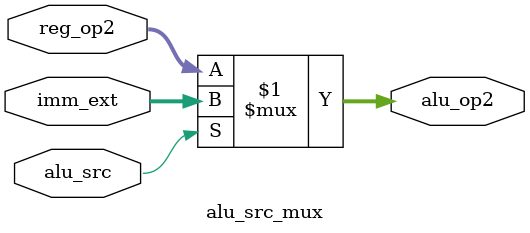
<source format=sv>
module alu_src_mux(
    input  logic [31:0] reg_op2,
    input  logic [31:0] imm_ext,
    input  logic        alu_src,
    output logic [31:0] alu_op2
);


    assign alu_op2 = (alu_src) ? imm_ext : reg_op2;

endmodule



</source>
